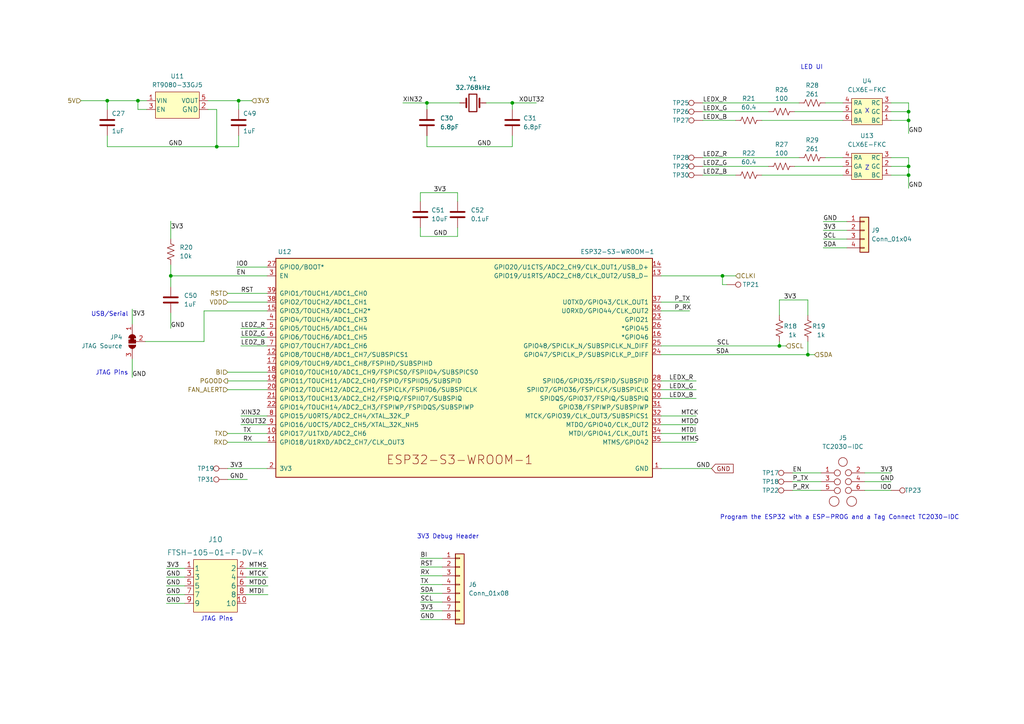
<source format=kicad_sch>
(kicad_sch (version 20230121) (generator eeschema)
  (paper "A4")
  (lib_symbols
    (symbol "CLX6E-FKC_1"
      (property "Reference" "U" (at 3.81 5.08 0))
      (property "Value" "CLX6E-FKC_1" (at 1.27 -5.08 0))
      (symbol "CLX6E-FKC_1_0_1"
        (rectangle (start -3.81 3.81) (end 5.08 -3.81) (stroke (width 0.1524)) (fill (type background)))
      )
      (symbol "CLX6E-FKC_1_1_1"
        (pin bidirectional line (at 7.62 -2.54 180) (length 2.54) (name "BC") (number "1"))
        (pin bidirectional line (at 7.62 0 180) (length 2.54) (name "GC") (number "2"))
        (pin bidirectional line (at 7.62 2.54 180) (length 2.54) (name "RC") (number "3"))
        (pin bidirectional line (at -6.35 2.54 0) (length 2.54) (name "RA") (number "4"))
        (pin bidirectional line (at -6.35 0 0) (length 2.54) (name "GA") (number "5"))
        (pin input line (at -6.35 -2.54 0) (length 2.54) (name "BA") (number "6"))
      )
    )
    (symbol "Connector:TestPoint" (pin_numbers hide) (pin_names (offset 0.762) hide)
      (property "Reference" "TP" (at 0 6.858 0))
      (property "Value" "TestPoint" (at 0 5.08 0))
      (symbol "TestPoint_0_1"
        (circle (center 0 3.302) (radius 0.762))
      )
      (symbol "TestPoint_1_1"
        (pin passive line (at 0 0 90) (length 2.54) (name "1") (number "1"))
      )
    )
    (symbol "Connector_Generic:Conn_01x04" (pin_names (offset 1.016) hide)
      (property "Reference" "J" (at 0 5.08 0))
      (property "Value" "Conn_01x04" (at 0 -7.62 0))
      (symbol "Conn_01x04_1_1"
        (rectangle (start -1.27 -4.953) (end 0 -5.207) (stroke (width 0.1524)))
        (rectangle (start -1.27 -2.413) (end 0 -2.667) (stroke (width 0.1524)))
        (rectangle (start -1.27 0.127) (end 0 -0.127) (stroke (width 0.1524)))
        (rectangle (start -1.27 2.667) (end 0 2.413) (stroke (width 0.1524)))
        (rectangle (start -1.27 3.81) (end 1.27 -6.35) (stroke (width 0.254)) (fill (type background)))
        (pin passive line (at -5.08 2.54 0) (length 3.81) (name "Pin_1") (number "1"))
        (pin passive line (at -5.08 0 0) (length 3.81) (name "Pin_2") (number "2"))
        (pin passive line (at -5.08 -2.54 0) (length 3.81) (name "Pin_3") (number "3"))
        (pin passive line (at -5.08 -5.08 0) (length 3.81) (name "Pin_4") (number "4"))
      )
    )
    (symbol "Connector_Generic:Conn_01x08" (pin_names (offset 1.016) hide)
      (property "Reference" "J" (at 0 10.16 0))
      (property "Value" "Conn_01x08" (at 0 -12.7 0))
      (symbol "Conn_01x08_1_1"
        (rectangle (start -1.27 -10.033) (end 0 -10.287) (stroke (width 0.1524)))
        (rectangle (start -1.27 -7.493) (end 0 -7.747) (stroke (width 0.1524)))
        (rectangle (start -1.27 -4.953) (end 0 -5.207) (stroke (width 0.1524)))
        (rectangle (start -1.27 -2.413) (end 0 -2.667) (stroke (width 0.1524)))
        (rectangle (start -1.27 0.127) (end 0 -0.127) (stroke (width 0.1524)))
        (rectangle (start -1.27 2.667) (end 0 2.413) (stroke (width 0.1524)))
        (rectangle (start -1.27 5.207) (end 0 4.953) (stroke (width 0.1524)))
        (rectangle (start -1.27 7.747) (end 0 7.493) (stroke (width 0.1524)))
        (rectangle (start -1.27 8.89) (end 1.27 -11.43) (stroke (width 0.254)) (fill (type background)))
        (pin passive line (at -5.08 7.62 0) (length 3.81) (name "Pin_1") (number "1"))
        (pin passive line (at -5.08 5.08 0) (length 3.81) (name "Pin_2") (number "2"))
        (pin passive line (at -5.08 2.54 0) (length 3.81) (name "Pin_3") (number "3"))
        (pin passive line (at -5.08 0 0) (length 3.81) (name "Pin_4") (number "4"))
        (pin passive line (at -5.08 -2.54 0) (length 3.81) (name "Pin_5") (number "5"))
        (pin passive line (at -5.08 -5.08 0) (length 3.81) (name "Pin_6") (number "6"))
        (pin passive line (at -5.08 -7.62 0) (length 3.81) (name "Pin_7") (number "7"))
        (pin passive line (at -5.08 -10.16 0) (length 3.81) (name "Pin_8") (number "8"))
      )
    )
    (symbol "Device:C" (pin_numbers hide) (pin_names (offset 0.254))
      (property "Reference" "C" (at 0.635 2.54 0))
      (property "Value" "C" (at 0.635 -2.54 0))
      (symbol "C_0_1"
        (polyline (pts (xy -2.032 -0.762) (xy 2.032 -0.762)) (stroke (width 0.508)))
        (polyline (pts (xy -2.032 0.762) (xy 2.032 0.762)) (stroke (width 0.508)))
      )
      (symbol "C_1_1"
        (pin passive line (at 0 3.81 270) (length 2.794) (name "~") (number "1"))
        (pin passive line (at 0 -3.81 90) (length 2.794) (name "~") (number "2"))
      )
    )
    (symbol "Device:Crystal" (pin_numbers hide) (pin_names (offset 1.016) hide)
      (property "Reference" "Y" (at 0 3.81 0))
      (property "Value" "Crystal" (at 0 -3.81 0))
      (symbol "Crystal_0_1"
        (rectangle (start -1.143 2.54) (end 1.143 -2.54) (stroke (width 0.3048)))
        (polyline (pts (xy -2.54 0) (xy -1.905 0)))
        (polyline (pts (xy -1.905 -1.27) (xy -1.905 1.27)) (stroke (width 0.508)))
        (polyline (pts (xy 1.905 -1.27) (xy 1.905 1.27)) (stroke (width 0.508)))
        (polyline (pts (xy 2.54 0) (xy 1.905 0)))
      )
      (symbol "Crystal_1_1"
        (pin passive line (at -3.81 0 0) (length 1.27) (name "1") (number "1"))
        (pin passive line (at 3.81 0 180) (length 1.27) (name "2") (number "2"))
      )
    )
    (symbol "Device:R_US" (pin_numbers hide) (pin_names (offset 0))
      (property "Reference" "R" (at 2.54 0 90))
      (property "Value" "R_US" (at -2.54 0 90))
      (symbol "R_US_0_1"
        (polyline (pts (xy 0 -2.286) (xy 0 -2.54)))
        (polyline (pts (xy 0 2.286) (xy 0 2.54)))
        (polyline (pts (xy 0 -0.762) (xy 1.016 -1.143) (xy 0 -1.524) (xy -1.016 -1.905) (xy 0 -2.286)))
        (polyline (pts (xy 0 0.762) (xy 1.016 0.381) (xy 0 0) (xy -1.016 -0.381) (xy 0 -0.762)))
        (polyline (pts (xy 0 2.286) (xy 1.016 1.905) (xy 0 1.524) (xy -1.016 1.143) (xy 0 0.762)))
      )
      (symbol "R_US_1_1"
        (pin passive line (at 0 3.81 270) (length 1.27) (name "~") (number "1"))
        (pin passive line (at 0 -3.81 90) (length 1.27) (name "~") (number "2"))
      )
    )
    (symbol "Espressif:ESP32-S3-WROOM-1" (pin_names (offset 1.016))
      (property "Reference" "U" (at -53.34 38.1 0))
      (property "Value" "ESP32-S3-WROOM-1" (at -53.34 35.56 0))
      (symbol "ESP32-S3-WROOM-1_0_0"
        (rectangle (start -53.34 33.02) (end 55.88 -30.48) (stroke (width 0.254)) (fill (type background)))
        (text "ESP32-S3-WROOM-1" (at 0 -25.4 0) (effects (font (size 2.54 2.54))))
        (pin power_in line (at 58.42 -27.94 180) (length 2.54) (name "GND") (number "1"))
        (pin bidirectional line (at -55.88 -17.78 0) (length 2.54) (name "GPIO17/U1TXD/ADC2_CH6") (number "10"))
        (pin bidirectional line (at -55.88 -20.32 0) (length 2.54) (name "GPIO18/U1RXD/ADC2_CH7/CLK_OUT3") (number "11"))
        (pin bidirectional line (at -55.88 5.08 0) (length 2.54) (name "GPIO8/TOUCH8/ADC1_CH7/SUBSPICS1") (number "12"))
        (pin bidirectional line (at 58.42 27.94 180) (length 2.54) (name "GPIO19/U1RTS/ADC2_CH8/CLK_OUT2/USB_D-") (number "13"))
        (pin bidirectional line (at 58.42 30.48 180) (length 2.54) (name "GPIO20/U1CTS/ADC2_CH9/CLK_OUT1/USB_D+") (number "14"))
        (pin bidirectional line (at -55.88 17.78 0) (length 2.54) (name "GPIO3/TOUCH3/ADC1_CH2*") (number "15"))
        (pin bidirectional line (at 58.42 10.16 180) (length 2.54) (name "*GPIO46") (number "16"))
        (pin bidirectional line (at -55.88 2.54 0) (length 2.54) (name "GPIO9/TOUCH9/ADC1_CH8/FSPIHD/SUBSPIHD") (number "17"))
        (pin bidirectional line (at -55.88 0 0) (length 2.54) (name "GPIO10/TOUCH10/ADC1_CH9/FSPICS0/FSPIIO4/SUBSPICS0") (number "18"))
        (pin bidirectional line (at -55.88 -2.54 0) (length 2.54) (name "GPIO11/TOUCH11/ADC2_CH0/FSPID/FSPIIO5/SUBSPID") (number "19"))
        (pin power_in line (at -55.88 -27.94 0) (length 2.54) (name "3V3") (number "2"))
        (pin bidirectional line (at -55.88 -5.08 0) (length 2.54) (name "GPIO12/TOUCH12/ADC2_CH1/FSPICLK/FSPIIO6/SUBSPICLK") (number "20"))
        (pin bidirectional line (at -55.88 -7.62 0) (length 2.54) (name "GPIO13/TOUCH13/ADC2_CH2/FSPIQ/FSPIIO7/SUBSPIQ") (number "21"))
        (pin bidirectional line (at -55.88 -10.16 0) (length 2.54) (name "GPIO14/TOUCH14/ADC2_CH3/FSPIWP/FSPIDQS/SUBSPIWP") (number "22"))
        (pin bidirectional line (at 58.42 15.24 180) (length 2.54) (name "GPIO21") (number "23"))
        (pin bidirectional line (at 58.42 5.08 180) (length 2.54) (name "GPIO47/SPICLK_P/SUBSPICLK_P_DIFF") (number "24"))
        (pin bidirectional line (at 58.42 7.62 180) (length 2.54) (name "GPIO48/SPICLK_N/SUBSPICLK_N_DIFF") (number "25"))
        (pin bidirectional line (at 58.42 12.7 180) (length 2.54) (name "*GPIO45") (number "26"))
        (pin bidirectional line (at -55.88 30.48 0) (length 2.54) (name "GPIO0/BOOT*") (number "27"))
        (pin bidirectional line (at 58.42 -2.54 180) (length 2.54) (name "SPIIO6/GPIO35/FSPID/SUBSPID") (number "28"))
        (pin bidirectional line (at 58.42 -5.08 180) (length 2.54) (name "SPIIO7/GPIO36/FSPICLK/SUBSPICLK") (number "29"))
        (pin input line (at -55.88 27.94 0) (length 2.54) (name "EN") (number "3"))
        (pin bidirectional line (at 58.42 -7.62 180) (length 2.54) (name "SPIDQS/GPIO37/FSPIQ/SUBSPIQ") (number "30"))
        (pin bidirectional line (at 58.42 -10.16 180) (length 2.54) (name "GPIO38/FSPIWP/SUBSPIWP") (number "31"))
        (pin bidirectional line (at 58.42 -12.7 180) (length 2.54) (name "MTCK/GPIO39/CLK_OUT3/SUBSPICS1") (number "32"))
        (pin bidirectional line (at 58.42 -15.24 180) (length 2.54) (name "MTDO/GPIO40/CLK_OUT2") (number "33"))
        (pin bidirectional line (at 58.42 -17.78 180) (length 2.54) (name "MTDI/GPIO41/CLK_OUT1") (number "34"))
        (pin bidirectional line (at 58.42 -20.32 180) (length 2.54) (name "MTMS/GPIO42") (number "35"))
        (pin bidirectional line (at 58.42 17.78 180) (length 2.54) (name "U0RXD/GPIO44/CLK_OUT2") (number "36"))
        (pin bidirectional line (at 58.42 20.32 180) (length 2.54) (name "U0TXD/GPIO43/CLK_OUT1") (number "37"))
        (pin bidirectional line (at -55.88 20.32 0) (length 2.54) (name "GPIO2/TOUCH2/ADC1_CH1") (number "38"))
        (pin bidirectional line (at -55.88 22.86 0) (length 2.54) (name "GPIO1/TOUCH1/ADC1_CH0") (number "39"))
        (pin bidirectional line (at -55.88 15.24 0) (length 2.54) (name "GPIO4/TOUCH4/ADC1_CH3") (number "4"))
        (pin passive line (at 58.42 -27.94 180) (length 2.54) hide (name "GND") (number "40"))
        (pin passive line (at 58.42 -27.94 180) (length 2.54) hide (name "GND") (number "41"))
        (pin bidirectional line (at -55.88 12.7 0) (length 2.54) (name "GPIO5/TOUCH5/ADC1_CH4") (number "5"))
        (pin bidirectional line (at -55.88 10.16 0) (length 2.54) (name "GPIO6/TOUCH6/ADC1_CH5") (number "6"))
        (pin bidirectional line (at -55.88 7.62 0) (length 2.54) (name "GPIO7/TOUCH7/ADC1_CH6") (number "7"))
        (pin bidirectional line (at -55.88 -12.7 0) (length 2.54) (name "GPIO15/U0RTS/ADC2_CH4/XTAL_32K_P") (number "8"))
        (pin bidirectional line (at -55.88 -15.24 0) (length 2.54) (name "GPIO16/U0CTS/ADC2_CH5/XTAL_32K_NH5") (number "9"))
      )
    )
    (symbol "Espressif:TC2030-IDC-NL" (pin_names (offset 1.016) hide)
      (property "Reference" "J" (at 0 -8.89 0))
      (property "Value" "TC2030-IDC-NL" (at 0.635 -11.43 0))
      (symbol "TC2030-IDC-NL_0_1"
        (circle (center -2.54 -5.715) (radius 1.4224))
        (circle (center -1.6002 2.54) (radius 0.889))
        (circle (center 0 5.715) (radius 1.27))
      )
      (symbol "TC2030-IDC-NL_1_1"
        (circle (center -1.6002 -2.5908) (radius 0.889))
        (circle (center -1.6002 -0.0508) (radius 0.889))
        (circle (center 1.6002 -2.54) (radius 0.889))
        (circle (center 1.6002 0) (radius 0.889))
        (circle (center 1.6002 2.5908) (radius 0.889))
        (circle (center 2.54 -5.715) (radius 1.4224))
        (pin passive line (at -6.35 2.54 0) (length 3.81) (name "Pin_1") (number "1"))
        (pin passive line (at 6.35 2.54 180) (length 3.81) (name "Pin_2") (number "2"))
        (pin passive line (at -6.35 0 0) (length 3.81) (name "Pin_3") (number "3"))
        (pin passive line (at 6.35 0 180) (length 3.81) (name "Pin_4") (number "4"))
        (pin passive line (at -6.35 -2.54 0) (length 3.81) (name "Pin_5") (number "5"))
        (pin passive line (at 6.35 -2.54 180) (length 3.81) (name "Pin_6") (number "6"))
      )
    )
    (symbol "Jumper:SolderJumper_3_Bridged12" (pin_names (offset 0) hide)
      (property "Reference" "JP" (at -2.54 -2.54 0))
      (property "Value" "SolderJumper_3_Bridged12" (at 0 2.794 0))
      (symbol "SolderJumper_3_Bridged12_0_1"
        (rectangle (start -1.016 0.508) (end -0.508 -0.508) (fill (type outline)))
        (arc (start -1.016 1.016) (mid -2.0276 0) (end -1.016 -1.016))
        (arc (start -1.016 1.016) (mid -2.0276 0) (end -1.016 -1.016) (fill (type outline)))
        (rectangle (start -0.508 1.016) (end 0.508 -1.016) (fill (type outline)))
        (polyline (pts (xy -2.54 0) (xy -2.032 0)))
        (polyline (pts (xy -1.016 1.016) (xy -1.016 -1.016)))
        (polyline (pts (xy 0 -1.27) (xy 0 -1.016)))
        (polyline (pts (xy 1.016 1.016) (xy 1.016 -1.016)))
        (polyline (pts (xy 2.54 0) (xy 2.032 0)))
        (arc (start 1.016 -1.016) (mid 2.0276 0) (end 1.016 1.016))
        (arc (start 1.016 -1.016) (mid 2.0276 0) (end 1.016 1.016) (fill (type outline)))
      )
      (symbol "SolderJumper_3_Bridged12_1_1"
        (pin passive line (at -5.08 0 0) (length 2.54) (name "A") (number "1"))
        (pin passive line (at 0 -3.81 90) (length 2.54) (name "C") (number "2"))
        (pin passive line (at 5.08 0 180) (length 2.54) (name "B") (number "3"))
      )
    )
    (symbol "bitaxe:FTSH-105-01-F-DV-K" (pin_names (offset 0.254))
      (property "Reference" "J" (at 2.54 2.54 0))
      (property "Value" "FTSH-105-01-F-DV-K" (at 16.51 -15.24 0))
      (symbol "FTSH-105-01-F-DV-K_1_1"
        (rectangle (start 2.54 1.27) (end 15.24 -13.97) (stroke (width 0.1524)) (fill (type background)))
        (pin unspecified line (at 0 -1.27 0) (length 2.54) (name "1") (number "1"))
        (pin unspecified line (at 17.78 -11.43 180) (length 2.54) (name "10") (number "10"))
        (pin unspecified line (at 17.78 -1.27 180) (length 2.54) (name "2") (number "2"))
        (pin unspecified line (at 0 -3.81 0) (length 2.54) (name "3") (number "3"))
        (pin unspecified line (at 17.78 -3.81 180) (length 2.54) (name "4") (number "4"))
        (pin unspecified line (at 0 -6.35 0) (length 2.54) (name "5") (number "5"))
        (pin unspecified line (at 17.78 -6.35 180) (length 2.54) (name "6") (number "6"))
        (pin unspecified line (at 0 -8.89 0) (length 2.54) (name "7") (number "7"))
        (pin unspecified line (at 17.78 -8.89 180) (length 2.54) (name "8") (number "8"))
        (pin unspecified line (at 0 -11.43 0) (length 2.54) (name "9") (number "9"))
      )
    )
    (symbol "bitaxe:RT9080-33GJ5" (pin_names (offset 0.254))
      (property "Reference" "U" (at -6.35 5.08 0))
      (property "Value" "RT9080-33GJ5" (at 0 -5.08 0))
      (symbol "RT9080-33GJ5_1_1"
        (rectangle (start -6.35 3.81) (end 6.35 -3.81) (stroke (width 0.1524)) (fill (type background)))
        (pin power_in line (at -8.89 1.27 0) (length 2.54) (name "VIN") (number "1"))
        (pin power_in line (at 8.89 -1.27 180) (length 2.54) (name "GND") (number "2"))
        (pin input line (at -8.89 -1.27 0) (length 2.54) (name "EN") (number "3"))
        (pin output line (at 8.89 1.27 180) (length 2.54) (name "VOUT") (number "5"))
      )
    )
  )
  (junction (at 209.55 80.01))
  (junction (at 123.825 29.845))
  (junction (at 263.525 32.385))
  (junction (at 263.525 34.925))
  (junction (at 62.865 42.545))
  (junction (at 263.525 48.26))
  (junction (at 263.525 50.8))
  (junction (at 40.005 29.21))
  (junction (at 148.59 29.845))
  (junction (at 226.06 100.33))
  (junction (at 49.53 80.01))
  (junction (at 69.215 29.21))
  (junction (at 234.315 102.87))
  (junction (at 31.115 29.21))
  (wire (pts (xy 121.92 172.085) (xy 128.27 172.085)))
  (wire (pts (xy 121.92 177.165) (xy 128.27 177.165)))
  (wire (pts (xy 121.92 55.88) (xy 121.92 58.42)))
  (wire (pts (xy 226.06 100.33) (xy 227.965 100.33)))
  (wire (pts (xy 191.77 113.03) (xy 201.93 113.03)))
  (wire (pts (xy 48.26 164.846) (xy 53.594 164.846)))
  (wire (pts (xy 31.115 29.21) (xy 31.115 31.75)))
  (wire (pts (xy 258.445 32.385) (xy 263.525 32.385)))
  (wire (pts (xy 191.77 125.73) (xy 201.93 125.73)))
  (wire (pts (xy 239.395 29.845) (xy 244.475 29.845)))
  (wire (pts (xy 60.325 31.75) (xy 62.865 31.75)))
  (wire (pts (xy 140.97 29.845) (xy 148.59 29.845)))
  (wire (pts (xy 258.445 50.8) (xy 263.525 50.8)))
  (wire (pts (xy 250.825 139.7) (xy 258.445 139.7)))
  (wire (pts (xy 263.525 32.385) (xy 263.525 34.925)))
  (wire (pts (xy 69.215 39.37) (xy 69.215 42.545)))
  (wire (pts (xy 234.315 99.06) (xy 234.315 102.87)))
  (wire (pts (xy 66.04 110.49) (xy 77.47 110.49)))
  (wire (pts (xy 132.715 68.58) (xy 121.92 68.58)))
  (wire (pts (xy 62.865 31.75) (xy 62.865 42.545)))
  (wire (pts (xy 123.825 42.545) (xy 123.825 39.37)))
  (wire (pts (xy 220.98 34.925) (xy 244.475 34.925)))
  (wire (pts (xy 250.825 137.16) (xy 258.445 137.16)))
  (wire (pts (xy 69.215 29.21) (xy 69.215 31.75)))
  (wire (pts (xy 77.47 125.73) (xy 66.04 125.73)))
  (wire (pts (xy 132.715 66.04) (xy 132.715 68.58)))
  (wire (pts (xy 71.374 172.466) (xy 77.724 172.466)))
  (wire (pts (xy 49.53 76.835) (xy 49.53 80.01)))
  (wire (pts (xy 263.525 34.925) (xy 263.525 38.735)))
  (wire (pts (xy 40.005 29.21) (xy 42.545 29.21)))
  (wire (pts (xy 234.315 86.995) (xy 234.315 91.44)))
  (wire (pts (xy 49.53 90.805) (xy 49.53 95.25)))
  (wire (pts (xy 69.85 97.79) (xy 77.47 97.79)))
  (wire (pts (xy 209.55 82.55) (xy 209.55 80.01)))
  (wire (pts (xy 69.85 100.33) (xy 77.47 100.33)))
  (wire (pts (xy 226.06 86.995) (xy 226.06 91.44)))
  (wire (pts (xy 148.59 29.845) (xy 155.575 29.845)))
  (wire (pts (xy 69.85 120.65) (xy 77.47 120.65)))
  (wire (pts (xy 77.47 85.09) (xy 66.04 85.09)))
  (wire (pts (xy 230.505 48.26) (xy 244.475 48.26)))
  (wire (pts (xy 66.04 107.95) (xy 77.47 107.95)))
  (wire (pts (xy 68.58 77.47) (xy 77.47 77.47)))
  (wire (pts (xy 191.77 120.65) (xy 201.93 120.65)))
  (wire (pts (xy 191.77 115.57) (xy 201.93 115.57)))
  (wire (pts (xy 116.84 29.845) (xy 123.825 29.845)))
  (wire (pts (xy 123.825 42.545) (xy 148.59 42.545)))
  (wire (pts (xy 220.98 50.8) (xy 244.475 50.8)))
  (wire (pts (xy 203.835 34.925) (xy 213.36 34.925)))
  (wire (pts (xy 123.825 29.845) (xy 123.825 31.75)))
  (wire (pts (xy 23.495 29.21) (xy 31.115 29.21)))
  (wire (pts (xy 210.82 82.55) (xy 209.55 82.55)))
  (wire (pts (xy 222.885 48.26) (xy 203.835 48.26)))
  (wire (pts (xy 38.354 104.14) (xy 38.354 109.474)))
  (wire (pts (xy 59.182 90.17) (xy 59.182 99.06)))
  (wire (pts (xy 250.825 142.24) (xy 258.445 142.24)))
  (wire (pts (xy 191.77 123.19) (xy 201.93 123.19)))
  (wire (pts (xy 38.354 89.662) (xy 38.354 93.98)))
  (wire (pts (xy 203.835 50.8) (xy 213.36 50.8)))
  (wire (pts (xy 121.92 174.625) (xy 128.27 174.625)))
  (wire (pts (xy 258.445 48.26) (xy 263.525 48.26)))
  (wire (pts (xy 69.85 123.19) (xy 77.47 123.19)))
  (wire (pts (xy 238.76 64.262) (xy 245.618 64.262)))
  (wire (pts (xy 263.525 48.26) (xy 263.525 50.8)))
  (wire (pts (xy 48.26 175.006) (xy 53.594 175.006)))
  (wire (pts (xy 71.374 169.926) (xy 77.724 169.926)))
  (wire (pts (xy 48.26 167.386) (xy 53.594 167.386)))
  (wire (pts (xy 226.06 86.995) (xy 234.315 86.995)))
  (wire (pts (xy 230.505 32.385) (xy 244.475 32.385)))
  (wire (pts (xy 234.315 102.87) (xy 236.22 102.87)))
  (wire (pts (xy 191.77 90.17) (xy 200.025 90.17)))
  (wire (pts (xy 77.47 128.27) (xy 66.04 128.27)))
  (wire (pts (xy 191.77 110.49) (xy 201.93 110.49)))
  (wire (pts (xy 123.825 29.845) (xy 133.35 29.845)))
  (wire (pts (xy 229.87 142.24) (xy 238.125 142.24)))
  (wire (pts (xy 49.53 80.01) (xy 77.47 80.01)))
  (wire (pts (xy 69.85 95.25) (xy 77.47 95.25)))
  (wire (pts (xy 191.77 102.87) (xy 234.315 102.87)))
  (wire (pts (xy 49.53 64.135) (xy 49.53 69.215)))
  (wire (pts (xy 66.04 139.065) (xy 71.755 139.065)))
  (wire (pts (xy 69.215 29.21) (xy 73.025 29.21)))
  (wire (pts (xy 31.115 29.21) (xy 40.005 29.21)))
  (wire (pts (xy 121.92 167.005) (xy 128.27 167.005)))
  (wire (pts (xy 48.26 169.926) (xy 53.594 169.926)))
  (wire (pts (xy 121.92 169.545) (xy 128.27 169.545)))
  (wire (pts (xy 191.77 128.27) (xy 201.93 128.27)))
  (wire (pts (xy 238.76 69.342) (xy 245.618 69.342)))
  (wire (pts (xy 263.525 45.72) (xy 263.525 48.26)))
  (wire (pts (xy 191.77 135.89) (xy 206.375 135.89)))
  (wire (pts (xy 229.87 139.7) (xy 238.125 139.7)))
  (wire (pts (xy 31.115 42.545) (xy 31.115 39.37)))
  (wire (pts (xy 66.04 87.63) (xy 77.47 87.63)))
  (wire (pts (xy 263.525 50.8) (xy 263.525 54.61)))
  (wire (pts (xy 121.92 68.58) (xy 121.92 66.04)))
  (wire (pts (xy 121.92 161.925) (xy 128.27 161.925)))
  (wire (pts (xy 59.182 90.17) (xy 77.47 90.17)))
  (wire (pts (xy 203.835 45.72) (xy 231.775 45.72)))
  (wire (pts (xy 209.55 80.01) (xy 213.36 80.01)))
  (wire (pts (xy 77.47 113.03) (xy 66.04 113.03)))
  (wire (pts (xy 42.545 31.75) (xy 40.005 31.75)))
  (wire (pts (xy 258.445 34.925) (xy 263.525 34.925)))
  (wire (pts (xy 148.59 29.845) (xy 148.59 31.75)))
  (wire (pts (xy 71.374 164.846) (xy 77.724 164.846)))
  (wire (pts (xy 229.87 137.16) (xy 238.125 137.16)))
  (wire (pts (xy 191.77 100.33) (xy 226.06 100.33)))
  (wire (pts (xy 191.77 87.63) (xy 200.025 87.63)))
  (wire (pts (xy 40.005 31.75) (xy 40.005 29.21)))
  (wire (pts (xy 121.92 179.705) (xy 128.27 179.705)))
  (wire (pts (xy 49.53 80.01) (xy 49.53 83.185)))
  (wire (pts (xy 239.395 45.72) (xy 244.475 45.72)))
  (wire (pts (xy 226.06 99.06) (xy 226.06 100.33)))
  (wire (pts (xy 148.59 39.37) (xy 148.59 42.545)))
  (wire (pts (xy 203.835 29.845) (xy 231.775 29.845)))
  (wire (pts (xy 258.445 29.845) (xy 263.525 29.845)))
  (wire (pts (xy 132.715 55.88) (xy 121.92 55.88)))
  (wire (pts (xy 258.445 45.72) (xy 263.525 45.72)))
  (wire (pts (xy 121.92 164.465) (xy 128.27 164.465)))
  (wire (pts (xy 222.885 32.385) (xy 203.835 32.385)))
  (wire (pts (xy 66.04 135.89) (xy 77.47 135.89)))
  (wire (pts (xy 238.76 71.882) (xy 245.618 71.882)))
  (wire (pts (xy 59.182 99.06) (xy 42.164 99.06)))
  (wire (pts (xy 132.715 58.42) (xy 132.715 55.88)))
  (wire (pts (xy 238.76 66.802) (xy 245.618 66.802)))
  (wire (pts (xy 263.525 29.845) (xy 263.525 32.385)))
  (wire (pts (xy 69.215 42.545) (xy 62.865 42.545)))
  (wire (pts (xy 48.26 172.466) (xy 53.594 172.466)))
  (wire (pts (xy 60.325 29.21) (xy 69.215 29.21)))
  (wire (pts (xy 71.374 167.386) (xy 77.724 167.386)))
  (wire (pts (xy 62.865 42.545) (xy 31.115 42.545)))
  (wire (pts (xy 191.77 80.01) (xy 209.55 80.01)))
  (text "X" (at 250.825 33.02 0) (effects (font (size 1.27 1.27)) (justify left bottom)))
  (text "Z" (at 250.825 49.53 0) (effects (font (size 1.27 1.27)) (justify left bottom)))
  (text "JTAG Pins" (at 27.686 108.966 0) (effects (font (size 1.27 1.27)) (justify left bottom)))
  (text "Program the ESP32 with a ESP-PROG and a Tag Connect TC2030-IDC" (at 208.788 150.876 0) (effects (font (size 1.27 1.27)) (justify left bottom)))
  (text "3V3 Debug Header" (at 120.904 156.464 0) (effects (font (size 1.27 1.27)) (justify left bottom)))
  (text "JTAG Pins" (at 58.166 180.34 0) (effects (font (size 1.27 1.27)) (justify left bottom)))
  (text "LED UI" (at 232.156 20.32 0) (effects (font (size 1.27 1.27)) (justify left bottom)))
  (text "USB/Serial" (at 26.416 91.948 0) (effects (font (size 1.27 1.27)) (justify left bottom)))
  (label "LEDZ_G" (at 203.835 48.26 0))
  (label "P_RX" (at 229.87 142.24 0))
  (label "RX" (at 121.92 167.005 0))
  (label "GND" (at 48.26 169.926 0))
  (label "EN" (at 68.58 80.01 0))
  (label "MTMS" (at 197.485 128.27 0))
  (label "RST" (at 121.92 164.465 0))
  (label "RST" (at 69.85 85.09 0))
  (label "SDA" (at 121.92 172.085 0))
  (label "GND" (at 263.525 54.61 0))
  (label "MTDO" (at 72.136 169.926 0))
  (label "LEDX_G" (at 194.056 113.03 0))
  (label "P_TX" (at 229.87 139.7 0))
  (label "EN" (at 229.87 137.16 0))
  (label "GND" (at 238.76 64.262 0))
  (label "XOUT32" (at 150.495 29.845 0))
  (label "P_RX" (at 195.58 90.17 0))
  (label "LEDX_G" (at 203.835 32.385 0))
  (label "LEDZ_G" (at 69.85 97.79 0))
  (label "GND" (at 125.73 68.58 0))
  (label "3V3" (at 66.675 135.89 0))
  (label "3V3" (at 227.33 86.995 0))
  (label "MTMS" (at 72.136 164.846 0))
  (label "MTDI" (at 72.136 172.466 0))
  (label "IO0" (at 68.58 77.47 0))
  (label "SDA" (at 207.645 102.87 0))
  (label "BI" (at 121.92 161.925 0))
  (label "GND" (at 66.675 139.065 0))
  (label "MTCK" (at 72.136 167.386 0))
  (label "XIN32" (at 69.85 120.65 0))
  (label "TX" (at 70.485 125.73 0))
  (label "MTDO" (at 197.485 123.19 0))
  (label "GND" (at 138.43 42.545 0))
  (label "3V3" (at 255.27 137.16 0))
  (label "LEDX_R" (at 194.056 110.49 0))
  (label "MTDI" (at 197.485 125.73 0))
  (label "LEDZ_R" (at 203.835 45.72 0))
  (label "IO0" (at 255.27 142.24 0))
  (label "SCL" (at 121.92 174.625 0))
  (label "SCL" (at 207.899 100.33 0))
  (label "XOUT32" (at 69.85 123.19 0))
  (label "SCL" (at 238.76 69.342 0))
  (label "XIN32" (at 116.84 29.845 0))
  (label "GND" (at 201.93 135.89 0))
  (label "SDA" (at 238.76 71.882 0))
  (label "TX" (at 121.92 169.545 0))
  (label "3V3" (at 125.73 55.88 0))
  (label "3V3" (at 121.92 177.165 0))
  (label "LEDX_R" (at 203.835 29.845 0))
  (label "MTCK" (at 197.485 120.65 0))
  (label "GND" (at 48.26 172.466 0))
  (label "3V3" (at 49.53 66.675 0))
  (label "GND" (at 48.26 175.006 0))
  (label "GND" (at 49.53 95.25 0))
  (label "P_TX" (at 195.58 87.63 0))
  (label "GND" (at 121.92 179.705 0))
  (label "3V3" (at 238.76 66.802 0))
  (label "LEDZ_R" (at 69.85 95.25 0))
  (label "GND" (at 255.27 139.7 0))
  (label "3V3" (at 48.26 164.846 0))
  (label "GND" (at 48.895 42.545 0))
  (label "LEDX_B" (at 194.056 115.57 0))
  (label "3V3" (at 38.354 91.948 0))
  (label "GND" (at 48.26 167.386 0))
  (label "GND" (at 38.354 109.474 0))
  (label "RX" (at 70.485 128.27 0))
  (label "LEDZ_B" (at 69.85 100.33 0))
  (label "LEDZ_B" (at 203.835 50.8 0))
  (label "LEDX_B" (at 203.835 34.925 0))
  (label "GND" (at 263.525 38.735 0))
  (global_label "GND" (shape input) (at 206.375 135.89 0) (property "Intersheetrefs" "${INTERSHEET_REFS}" (effects hide)))
  (hierarchical_label "TX" (shape input) (at 66.04 125.73 180))
  (hierarchical_label "RX" (shape input) (at 66.04 128.27 180))
  (hierarchical_label "CLKI" (shape input) (at 213.36 80.01 0))
  (hierarchical_label "FAN_ALERT" (shape input) (at 66.04 113.03 180))
  (hierarchical_label "BI" (shape input) (at 66.04 107.95 180))
  (hierarchical_label "3V3" (shape input) (at 73.025 29.21 0))
  (hierarchical_label "SCL" (shape input) (at 227.965 100.33 0))
  (hierarchical_label "RST" (shape input) (at 66.04 85.09 180))
  (hierarchical_label "SDA" (shape input) (at 236.22 102.87 0))
  (hierarchical_label "PGOOD" (shape output) (at 66.04 110.49 180))
  (hierarchical_label "5V" (shape input) (at 23.495 29.21 180))
  (hierarchical_label "VDD" (shape input) (at 66.04 87.63 180))
  (symbol (lib_id "Device:R_US") (at 235.585 29.845 90) (unit 1)
    (property "Reference" "R28" (at 235.585 24.765 90))
    (property "Value" "261" (at 235.585 27.305 90))
    (property "Footprint" "Resistor_SMD:R_0402_1005Metric" (effects hide))
    (property "DK" "YAG3078CT-ND" (effects hide))
  )
  (symbol (lib_id "Device:R_US") (at 226.06 95.25 180) (unit 1)
    (property "Reference" "R18" (at 229.235 94.615 0))
    (property "Value" "1k" (at 229.87 97.155 0))
    (property "Footprint" "Resistor_SMD:R_0402_1005Metric" (effects hide))
    (property "DNP" "T" (effects hide))
  )
  (symbol (lib_id "Device:C") (at 49.53 86.995 0) (unit 1)
    (property "Reference" "C50" (at 53.34 85.7249 0) (effects (justify left)))
    (property "Value" "1uF" (at 53.34 88.2649 0) (effects (justify left)))
    (property "Footprint" "Capacitor_SMD:C_0402_1005Metric" (effects hide))
    (property "DK" "587-5514-1-ND" (effects hide))
  )
  (symbol (lib_id "Device:C") (at 123.825 35.56 0) (unit 1)
    (property "Reference" "C30" (at 127.635 34.2899 0) (effects (justify left)))
    (property "Value" "6.8pF" (at 127.635 36.8299 0) (effects (justify left)))
    (property "Footprint" "Capacitor_SMD:C_0402_1005Metric" (effects hide))
    (property "DK" "399-C0402C689C5GAC7867CT-ND" (effects hide))
    (property "PARTNO" "C0402C689C5GAC7867" (effects hide))
  )
  (symbol (lib_id "bitaxe:FTSH-105-01-F-DV-K") (at 53.594 163.576 0) (unit 1)
    (property "Reference" "J10" (at 62.484 156.464 0) (effects (font (size 1.524 1.524))))
    (property "Value" "FTSH-105-01-F-DV-K" (at 62.484 160.274 0) (effects (font (size 1.524 1.524))))
    (property "Footprint" "bitaxe:FTSH-105-01-F-DV-K" (effects hide))
    (property "Datasheet" "https://suddendocs.samtec.com/catalog_english/ftsh_smt.pdf" (effects hide))
    (property "DK" "SAM8796-ND" (effects hide))
  )
  (symbol (lib_id "Connector:TestPoint") (at 203.835 34.925 90) (mirror x) (unit 1)
    (property "Reference" "TP27" (at 197.485 34.925 90))
    (property "Value" "TestPoint" (effects hide))
    (property "Footprint" "TestPoint:TestPoint_Pad_D1.5mm" (effects hide))
    (property "DNP" "T" (effects hide))
  )
  (symbol (lib_id "Connector:TestPoint") (at 203.835 48.26 90) (mirror x) (unit 1)
    (property "Reference" "TP29" (at 197.485 48.26 90))
    (property "Value" "TestPoint" (effects hide))
    (property "Footprint" "TestPoint:TestPoint_Pad_D1.5mm" (effects hide))
    (property "DNP" "T" (effects hide))
  )
  (symbol (lib_name "CLX6E-FKC_1") (lib_id "bitaxe:CLX6E-FKC") (at 250.825 32.385 0) (unit 1)
    (property "Reference" "U4" (at 251.46 23.495 0))
    (property "Value" "CLX6E-FKC" (at 251.46 26.035 0))
    (property "Footprint" "bitaxe:CLX6E-FKC-CH1M1D1BB7C3D3" (effects hide))
    (property "Datasheet" "https://assets.cree-led.com/a/ds/h/HB-CLX6E-FKC.pdf" (effects hide))
    (property "DK" "CLX6E-FKC-CH1M1D1BB7C3D3CT-ND" (effects hide))
    (property "PARTNO" "CLX6E-FKC-CH1M1D1BB7C3D3" (effects hide))
  )
  (symbol (lib_id "Device:C") (at 132.715 62.23 0) (unit 1)
    (property "Reference" "C52" (at 136.525 60.9599 0) (effects (justify left)))
    (property "Value" "0.1uF" (at 136.525 63.4999 0) (effects (justify left)))
    (property "Footprint" "Capacitor_SMD:C_0402_1005Metric" (effects hide))
    (property "DK" "1292-1639-1-ND" (effects hide))
  )
  (symbol (lib_id "Device:R_US") (at 226.695 32.385 90) (unit 1)
    (property "Reference" "R26" (at 226.695 26.035 90))
    (property "Value" "100" (at 226.695 28.575 90))
    (property "Footprint" "Resistor_SMD:R_0402_1005Metric" (effects hide))
    (property "DK" "RMCF0402FT100RCT-ND" (effects hide))
  )
  (symbol (lib_id "Connector_Generic:Conn_01x04") (at 250.698 66.802 0) (unit 1)
    (property "Reference" "J9" (at 252.73 66.8019 0) (effects (justify left)))
    (property "Value" "Conn_01x04" (at 252.73 69.3419 0) (effects (justify left)))
    (property "Footprint" "Connector_PinHeader_2.54mm:PinHeader_1x04_P2.54mm_Vertical" (effects hide))
    (property "DNP" "T" (effects hide))
  )
  (symbol (lib_id "Device:R_US") (at 235.585 45.72 90) (unit 1)
    (property "Reference" "R29" (at 235.585 40.64 90))
    (property "Value" "261" (at 235.585 43.18 90))
    (property "Footprint" "Resistor_SMD:R_0402_1005Metric" (effects hide))
    (property "DK" "YAG3078CT-ND" (effects hide))
  )
  (symbol (lib_id "Device:R_US") (at 234.315 95.25 180) (unit 1)
    (property "Reference" "R19" (at 237.49 94.615 0))
    (property "Value" "1k" (at 238.125 97.155 0))
    (property "Footprint" "Resistor_SMD:R_0402_1005Metric" (effects hide))
    (property "DNP" "T" (effects hide))
  )
  (symbol (lib_id "Device:C") (at 148.59 35.56 0) (unit 1)
    (property "Reference" "C31" (at 151.765 34.2899 0) (effects (justify left)))
    (property "Value" "6.8pF" (at 151.765 36.8299 0) (effects (justify left)))
    (property "Footprint" "Capacitor_SMD:C_0402_1005Metric" (effects hide))
    (property "DK" "399-C0402C689C5GAC7867CT-ND" (effects hide))
    (property "PARTNO" "C0402C689C5GAC7867" (effects hide))
  )
  (symbol (lib_id "bitaxe:RT9080-33GJ5") (at 51.435 30.48 0) (unit 1)
    (property "Reference" "U11" (at 51.435 22.098 0))
    (property "Value" "RT9080-33GJ5" (at 51.435 24.638 0))
    (property "Footprint" "bitaxe:RT9080-33GJ5" (effects hide))
    (property "Datasheet" "https://www.richtek.com/assets/product_file/RT9080/DS9080-05.pdf" (effects hide))
    (property "DK" "1028-1509-1-ND" (effects hide))
    (property "PARTNO" "RT9080-33GJ5" (effects hide))
  )
  (symbol (lib_id "Connector:TestPoint") (at 203.835 50.8 90) (mirror x) (unit 1)
    (property "Reference" "TP30" (at 197.485 50.8 90))
    (property "Value" "TestPoint" (effects hide))
    (property "Footprint" "TestPoint:TestPoint_Pad_D1.5mm" (effects hide))
    (property "DNP" "T" (effects hide))
  )
  (symbol (lib_id "Connector:TestPoint") (at 66.04 139.065 90) (mirror x) (unit 1)
    (property "Reference" "TP31" (at 59.69 139.065 90))
    (property "Value" "TestPoint" (effects hide))
    (property "Footprint" "TestPoint:TestPoint_Pad_D1.5mm" (effects hide))
    (property "DNP" "T" (effects hide))
  )
  (symbol (lib_id "Device:R_US") (at 226.695 48.26 90) (unit 1)
    (property "Reference" "R27" (at 226.695 41.91 90))
    (property "Value" "100" (at 226.695 44.45 90))
    (property "Footprint" "Resistor_SMD:R_0402_1005Metric" (effects hide))
    (property "DK" "RMCF0402FT100RCT-ND" (effects hide))
  )
  (symbol (lib_id "Connector:TestPoint") (at 229.87 139.7 90) (mirror x) (unit 1)
    (property "Reference" "TP18" (at 223.52 139.7 90))
    (property "Value" "TestPoint" (effects hide))
    (property "Footprint" "TestPoint:TestPoint_Pad_D1.5mm" (effects hide))
    (property "DNP" "T" (effects hide))
  )
  (symbol (lib_id "Connector:TestPoint") (at 258.445 142.24 270) (mirror x) (unit 1)
    (property "Reference" "TP23" (at 264.795 142.24 90))
    (property "Value" "TestPoint" (effects hide))
    (property "Footprint" "TestPoint:TestPoint_Pad_D1.5mm" (effects hide))
    (property "DNP" "T" (effects hide))
  )
  (symbol (lib_id "Connector:TestPoint") (at 203.835 45.72 90) (mirror x) (unit 1)
    (property "Reference" "TP28" (at 197.485 45.72 90))
    (property "Value" "TestPoint" (effects hide))
    (property "Footprint" "TestPoint:TestPoint_Pad_D1.5mm" (effects hide))
    (property "DNP" "T" (effects hide))
  )
  (symbol (lib_id "Connector:TestPoint") (at 203.835 29.845 90) (mirror x) (unit 1)
    (property "Reference" "TP25" (at 197.485 29.845 90))
    (property "Value" "TestPoint" (effects hide))
    (property "Footprint" "TestPoint:TestPoint_Pad_D1.5mm" (effects hide))
    (property "DNP" "T" (effects hide))
  )
  (symbol (lib_id "Device:R_US") (at 49.53 73.025 0) (unit 1)
    (property "Reference" "R20" (at 52.07 71.7549 0) (effects (justify left)))
    (property "Value" "10k" (at 52.07 74.2949 0) (effects (justify left)))
    (property "Footprint" "Resistor_SMD:R_0402_1005Metric" (effects hide))
    (property "DK" "311-10KJRCT-ND" (effects hide))
  )
  (symbol (lib_id "Device:R_US") (at 217.17 34.925 90) (unit 1)
    (property "Reference" "R21" (at 217.17 28.575 90))
    (property "Value" "60.4" (at 217.17 31.115 90))
    (property "Footprint" "Resistor_SMD:R_0402_1005Metric" (effects hide))
    (property "DK" "311-60.4LRCT-ND" (effects hide))
  )
  (symbol (lib_id "Espressif:TC2030-IDC-NL") (at 244.475 139.7 0) (unit 1)
    (property "Reference" "J5" (at 244.475 127 0))
    (property "Value" "TC2030-IDC" (at 244.475 129.54 0))
    (property "Footprint" "Connector:Tag-Connect_TC2030-IDC-NL_2x03_P1.27mm_Vertical" (effects hide))
    (property "DNP" "T" (effects hide))
  )
  (symbol (lib_id "Device:C") (at 69.215 35.56 0) (unit 1)
    (property "Reference" "C49" (at 70.485 33.655 0) (effects (justify left bottom)))
    (property "Value" "1uF" (at 70.485 38.735 0) (effects (justify left bottom)))
    (property "Footprint" "Capacitor_SMD:C_0402_1005Metric" (effects hide))
    (property "DK" "587-5514-1-ND" (effects hide))
  )
  (symbol (lib_id "Device:C") (at 121.92 62.23 0) (unit 1)
    (property "Reference" "C51" (at 125.095 60.9599 0) (effects (justify left)))
    (property "Value" "10uF" (at 125.095 63.4999 0) (effects (justify left)))
    (property "Footprint" "Capacitor_SMD:C_0805_2012Metric" (effects hide))
    (property "DK" "1276-1096-1-ND" (effects hide))
  )
  (symbol (lib_id "Connector:TestPoint") (at 203.835 32.385 90) (mirror x) (unit 1)
    (property "Reference" "TP26" (at 197.485 32.385 90))
    (property "Value" "TestPoint" (effects hide))
    (property "Footprint" "TestPoint:TestPoint_Pad_D1.5mm" (effects hide))
    (property "DNP" "T" (effects hide))
  )
  (symbol (lib_id "Device:Crystal") (at 137.16 29.845 0) (unit 1)
    (property "Reference" "Y1" (at 137.16 22.86 0))
    (property "Value" "32.768kHz" (at 137.16 25.4 0))
    (property "Footprint" "bitaxe:SC32S-7PF20PPM" (effects hide))
    (property "Datasheet" "https://www.sii.co.jp/en/quartz/files/2013/03/SC-32S_Leaflet_e20151217.pdf" (effects hide))
    (property "DK" "728-1074-1-ND" (effects hide))
    (property "PARTNO" "SC32S-7PF20PPM" (effects hide))
  )
  (symbol (lib_id "Jumper:SolderJumper_3_Bridged12") (at 38.354 99.06 90) (mirror x) (unit 1)
    (property "Reference" "JP4" (at 35.56 97.7899 90) (effects (justify left)))
    (property "Value" "JTAG Source" (at 35.56 100.3299 90) (effects (justify left)))
    (property "Footprint" "Jumper:SolderJumper-3_P1.3mm_Bridged2Bar12_Pad1.0x1.5mm" (effects hide))
  )
  (symbol (lib_id "Connector:TestPoint") (at 210.82 82.55 270) (mirror x) (unit 1)
    (property "Reference" "TP21" (at 217.805 82.55 90))
    (property "Value" "TestPoint" (effects hide))
    (property "Footprint" "TestPoint:TestPoint_Pad_D1.5mm" (effects hide))
    (property "DNP" "T" (effects hide))
  )
  (symbol (lib_id "Connector:TestPoint") (at 66.04 135.89 90) (mirror x) (unit 1)
    (property "Reference" "TP19" (at 59.69 135.89 90))
    (property "Value" "TestPoint" (effects hide))
    (property "Footprint" "TestPoint:TestPoint_Pad_D1.5mm" (effects hide))
    (property "DNP" "T" (effects hide))
  )
  (symbol (lib_id "Connector:TestPoint") (at 229.87 137.16 90) (mirror x) (unit 1)
    (property "Reference" "TP17" (at 223.52 137.16 90))
    (property "Value" "TestPoint" (effects hide))
    (property "Footprint" "TestPoint:TestPoint_Pad_D1.5mm" (effects hide))
    (property "DNP" "T" (effects hide))
  )
  (symbol (lib_id "Connector_Generic:Conn_01x08") (at 133.35 169.545 0) (unit 1)
    (property "Reference" "J6" (at 135.89 169.5449 0) (effects (justify left)))
    (property "Value" "Conn_01x08" (at 135.89 172.0849 0) (effects (justify left)))
    (property "Footprint" "Connector_PinHeader_2.54mm:PinHeader_1x08_P2.54mm_Vertical" (effects hide))
    (property "DNP" "T" (effects hide))
  )
  (symbol (lib_name "CLX6E-FKC_1") (lib_id "bitaxe:CLX6E-FKC") (at 250.825 48.26 0) (unit 1)
    (property "Reference" "U13" (at 251.46 39.37 0))
    (property "Value" "CLX6E-FKC" (at 251.46 41.91 0))
    (property "Footprint" "bitaxe:CLX6E-FKC-CH1M1D1BB7C3D3" (effects hide))
    (property "Datasheet" "https://assets.cree-led.com/a/ds/h/HB-CLX6E-FKC.pdf" (effects hide))
    (property "DK" "CLX6E-FKC-CH1M1D1BB7C3D3CT-ND" (effects hide))
    (property "PARTNO" "CLX6E-FKC-CH1M1D1BB7C3D3" (effects hide))
  )
  (symbol (lib_id "Connector:TestPoint") (at 229.87 142.24 90) (mirror x) (unit 1)
    (property "Reference" "TP22" (at 223.52 142.24 90))
    (property "Value" "TestPoint" (effects hide))
    (property "Footprint" "TestPoint:TestPoint_Pad_D1.5mm" (effects hide))
    (property "DNP" "T" (effects hide))
  )
  (symbol (lib_id "Device:C") (at 31.115 35.56 0) (unit 1)
    (property "Reference" "C27" (at 32.385 33.655 0) (effects (justify left bottom)))
    (property "Value" "1uF" (at 32.385 38.735 0) (effects (justify left bottom)))
    (property "Footprint" "Capacitor_SMD:C_0402_1005Metric" (effects hide))
    (property "DK" "587-5514-1-ND" (effects hide))
  )
  (symbol (lib_id "Device:R_US") (at 217.17 50.8 90) (unit 1)
    (property "Reference" "R22" (at 217.17 44.45 90))
    (property "Value" "60.4" (at 217.17 46.99 90))
    (property "Footprint" "Resistor_SMD:R_0402_1005Metric" (effects hide))
    (property "DK" "311-60.4LRCT-ND" (effects hide))
  )
  (symbol (lib_id "Espressif:ESP32-S3-WROOM-1") (at 133.35 107.95 0) (unit 1)
    (property "Reference" "U12" (at 82.55 73.025 0))
    (property "Value" "ESP32-S3-WROOM-1" (at 179.07 73.025 0))
    (property "Footprint" "Espressif:ESP32-S3-WROOM-1" (effects hide))
    (property "Datasheet" "https://www.espressif.com/sites/default/files/documentation/esp32-s3-wroom-1_wroom-1u_datasheet_en.pdf" (effects hide))
    (property "DK" "1965-ESP32-S3-WROOM-1-N16R8CT-ND" (effects hide))
    (property "PARTNO" "ESP32-S3-WROOM-1-N16R8" (effects hide))
  )
)
</source>
